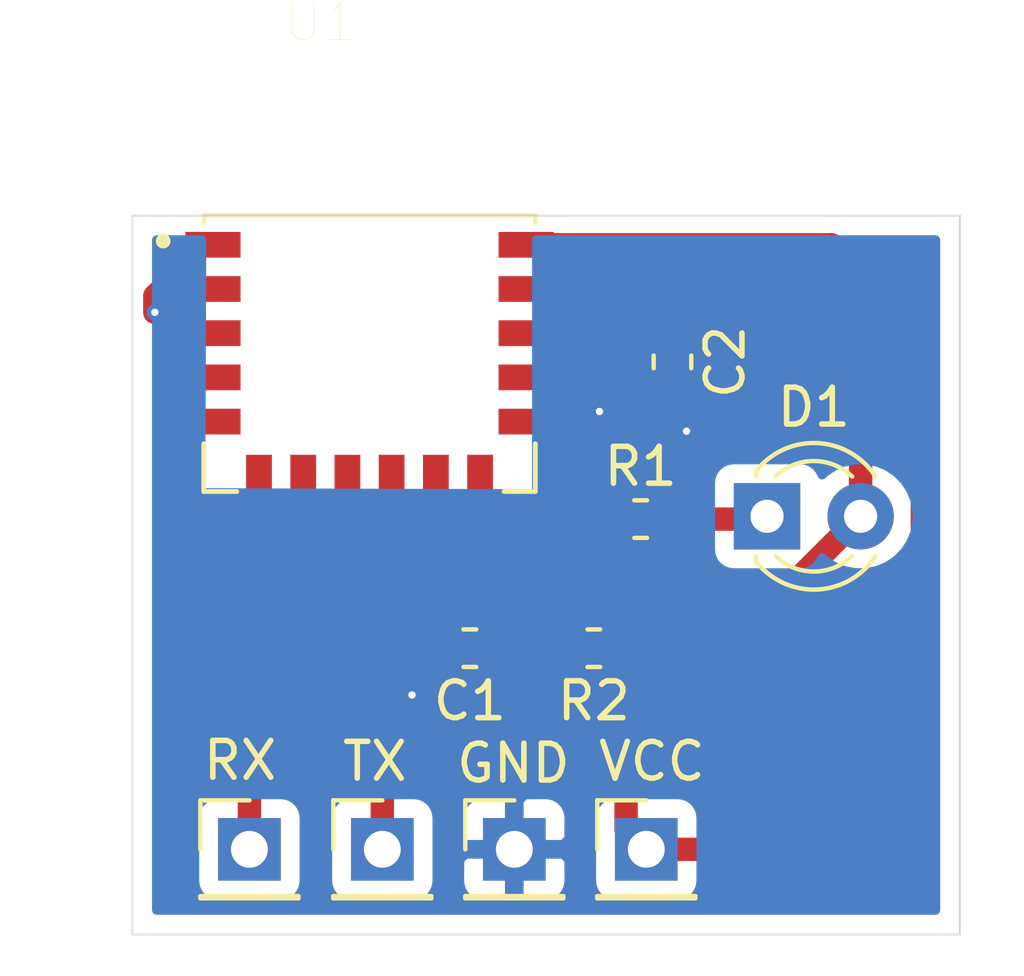
<source format=kicad_pcb>
(kicad_pcb (version 20171130) (host pcbnew "(5.1.4)-1")

  (general
    (thickness 1.6)
    (drawings 8)
    (tracks 49)
    (zones 0)
    (modules 10)
    (nets 16)
  )

  (page A4)
  (layers
    (0 F.Cu signal)
    (31 B.Cu signal)
    (32 B.Adhes user)
    (33 F.Adhes user)
    (34 B.Paste user)
    (35 F.Paste user)
    (36 B.SilkS user)
    (37 F.SilkS user)
    (38 B.Mask user)
    (39 F.Mask user)
    (40 Dwgs.User user)
    (41 Cmts.User user)
    (42 Eco1.User user)
    (43 Eco2.User user)
    (44 Edge.Cuts user)
    (45 Margin user)
    (46 B.CrtYd user)
    (47 F.CrtYd user)
    (48 B.Fab user)
    (49 F.Fab user)
  )

  (setup
    (last_trace_width 0.1016)
    (user_trace_width 0.1016)
    (user_trace_width 0.254)
    (user_trace_width 0.635)
    (user_trace_width 1.27)
    (trace_clearance 0.1016)
    (zone_clearance 0.508)
    (zone_45_only no)
    (trace_min 0.0889)
    (via_size 0.45)
    (via_drill 0.2)
    (via_min_size 0.44)
    (via_min_drill 0.2)
    (user_via 1 0.5)
    (uvia_size 0.45)
    (uvia_drill 0.1)
    (uvias_allowed no)
    (uvia_min_size 0.2)
    (uvia_min_drill 0.1)
    (edge_width 0.05)
    (segment_width 0.2)
    (pcb_text_width 0.3)
    (pcb_text_size 1.5 1.5)
    (mod_edge_width 0.12)
    (mod_text_size 1 1)
    (mod_text_width 0.15)
    (pad_size 1.524 1.524)
    (pad_drill 0.762)
    (pad_to_mask_clearance 0.051)
    (solder_mask_min_width 0.25)
    (aux_axis_origin 0 0)
    (visible_elements 7FFFFFFF)
    (pcbplotparams
      (layerselection 0x010fc_ffffffff)
      (usegerberextensions false)
      (usegerberattributes false)
      (usegerberadvancedattributes false)
      (creategerberjobfile false)
      (excludeedgelayer true)
      (linewidth 0.100000)
      (plotframeref false)
      (viasonmask false)
      (mode 1)
      (useauxorigin false)
      (hpglpennumber 1)
      (hpglpenspeed 20)
      (hpglpendiameter 15.000000)
      (psnegative false)
      (psa4output false)
      (plotreference true)
      (plotvalue true)
      (plotinvisibletext false)
      (padsonsilk false)
      (subtractmaskfromsilk false)
      (outputformat 1)
      (mirror false)
      (drillshape 0)
      (scaleselection 1)
      (outputdirectory "Gerbers/"))
  )

  (net 0 "")
  (net 1 GND)
  (net 2 "Net-(C1-Pad1)")
  (net 3 +3V3)
  (net 4 "Net-(D1-Pad1)")
  (net 5 "Net-(J2-Pad1)")
  (net 6 "Net-(J3-Pad1)")
  (net 7 "Net-(R1-Pad1)")
  (net 8 "Net-(U1-Pad5)")
  (net 9 "Net-(U1-Pad4)")
  (net 10 "Net-(U1-Pad3)")
  (net 11 "Net-(U1-Pad1)")
  (net 12 "Net-(U1-Pad15)")
  (net 13 "Net-(U1-Pad6)")
  (net 14 "Net-(U1-Pad9)")
  (net 15 "Net-(U1-Pad11)")

  (net_class Default "This is the default net class."
    (clearance 0.1016)
    (trace_width 0.1016)
    (via_dia 0.45)
    (via_drill 0.2)
    (uvia_dia 0.45)
    (uvia_drill 0.1)
    (add_net +3V3)
    (add_net GND)
    (add_net "Net-(C1-Pad1)")
    (add_net "Net-(D1-Pad1)")
    (add_net "Net-(J2-Pad1)")
    (add_net "Net-(J3-Pad1)")
    (add_net "Net-(R1-Pad1)")
    (add_net "Net-(U1-Pad1)")
    (add_net "Net-(U1-Pad11)")
    (add_net "Net-(U1-Pad15)")
    (add_net "Net-(U1-Pad3)")
    (add_net "Net-(U1-Pad4)")
    (add_net "Net-(U1-Pad5)")
    (add_net "Net-(U1-Pad6)")
    (add_net "Net-(U1-Pad9)")
  )

  (module Encoder:Bluetooth_Module_RN4871 (layer F.Cu) (tedit 5EB36078) (tstamp 5EB3B772)
    (at 127.694601 91.242001)
    (path /5EB34403)
    (fp_text reference U1 (at -1.325 -6.985) (layer F.SilkS)
      (effects (font (size 1 1) (thickness 0.015)))
    )
    (fp_text value RN4871 (at 0 8.89) (layer F.Fab)
      (effects (font (size 1 1) (thickness 0.015)))
    )
    (fp_line (start -5.25 6.5) (end -5.25 -6) (layer F.CrtYd) (width 0.05))
    (fp_line (start 5.25 6.5) (end -5.25 6.5) (layer F.CrtYd) (width 0.05))
    (fp_line (start 5.25 -6) (end 5.25 6.5) (layer F.CrtYd) (width 0.05))
    (fp_line (start -5.25 -6) (end 5.25 -6) (layer F.CrtYd) (width 0.05))
    (fp_circle (center -5.6 -1.05) (end -5.5 -1.05) (layer F.Fab) (width 0.2))
    (fp_circle (center -5.6 -1.05) (end -5.5 -1.05) (layer F.SilkS) (width 0.2))
    (fp_line (start -4.5 -1.75) (end -4.5 -1.55) (layer F.SilkS) (width 0.127))
    (fp_line (start 4.5 -1.75) (end -4.5 -1.75) (layer F.SilkS) (width 0.127))
    (fp_line (start 4.5 -1.55) (end 4.5 -1.75) (layer F.SilkS) (width 0.127))
    (fp_line (start 4.5 5.75) (end 4.5 4.45) (layer F.SilkS) (width 0.127))
    (fp_line (start 3.65 5.75) (end 4.5 5.75) (layer F.SilkS) (width 0.127))
    (fp_line (start -4.5 5.75) (end -3.6 5.75) (layer F.SilkS) (width 0.127))
    (fp_line (start -4.5 4.45) (end -4.5 5.75) (layer F.SilkS) (width 0.127))
    (fp_poly (pts (xy -0.2 -1.3) (xy 3.5 -1.3) (xy 3.5 4.2) (xy -0.2 4.2)) (layer Dwgs.User) (width 0.01))
    (fp_poly (pts (xy -3.5 -1.75) (xy -1.5 -1.75) (xy -1.5 1.15) (xy -3.5 1.15)) (layer Dwgs.User) (width 0.01))
    (fp_poly (pts (xy -0.2 -1.3) (xy 3.5 -1.3) (xy 3.5 4.2) (xy -0.2 4.2)) (layer Dwgs.User) (width 0.01))
    (fp_poly (pts (xy -3.5 -1.75) (xy -1.5 -1.75) (xy -1.5 1.15) (xy -3.5 1.15)) (layer Dwgs.User) (width 0.01))
    (fp_line (start -4.5 -1.75) (end 4.5 -1.75) (layer F.Fab) (width 0.127))
    (fp_line (start -4.5 -1.75) (end -4.5 5.75) (layer F.Fab) (width 0.127))
    (fp_line (start -4.5 -5.75) (end -4.5 -1.75) (layer F.Fab) (width 0.127))
    (fp_line (start 4.5 -5.75) (end -4.5 -5.75) (layer F.Fab) (width 0.127))
    (fp_line (start 4.5 -1.75) (end 4.5 -5.75) (layer F.Fab) (width 0.127))
    (fp_line (start 4.5 5.75) (end 4.5 -1.75) (layer F.Fab) (width 0.127))
    (fp_line (start -4.5 5.75) (end 4.5 5.75) (layer F.Fab) (width 0.127))
    (pad 11 smd rect (at 3 5.5) (size 0.7 1.5) (layers F.Cu F.Paste F.Mask)
      (net 15 "Net-(U1-Pad11)"))
    (pad 10 smd rect (at 1.8 5.5) (size 0.7 1.5) (layers F.Cu F.Paste F.Mask)
      (net 2 "Net-(C1-Pad1)"))
    (pad 9 smd rect (at 0.6 5.5) (size 0.7 1.5) (layers F.Cu F.Paste F.Mask)
      (net 14 "Net-(U1-Pad9)"))
    (pad 8 smd rect (at -0.6 5.5) (size 0.7 1.5) (layers F.Cu F.Paste F.Mask)
      (net 6 "Net-(J3-Pad1)"))
    (pad 7 smd rect (at -1.8 5.5) (size 0.7 1.5) (layers F.Cu F.Paste F.Mask)
      (net 5 "Net-(J2-Pad1)"))
    (pad 6 smd rect (at -3 5.5) (size 0.7 1.5) (layers F.Cu F.Paste F.Mask)
      (net 13 "Net-(U1-Pad6)"))
    (pad 16 smd rect (at 4.25 -0.95) (size 1.5 0.7) (layers F.Cu F.Paste F.Mask)
      (net 3 +3V3))
    (pad 15 smd rect (at 4.25 0.25) (size 1.5 0.7) (layers F.Cu F.Paste F.Mask)
      (net 12 "Net-(U1-Pad15)"))
    (pad 14 smd rect (at 4.25 1.45) (size 1.5 0.7) (layers F.Cu F.Paste F.Mask)
      (net 3 +3V3))
    (pad 13 smd rect (at 4.25 2.65) (size 1.5 0.7) (layers F.Cu F.Paste F.Mask)
      (net 1 GND))
    (pad 12 smd rect (at 4.25 3.85) (size 1.5 0.7) (layers F.Cu F.Paste F.Mask)
      (net 7 "Net-(R1-Pad1)"))
    (pad 1 smd rect (at -4.25 -0.95) (size 1.5 0.7) (layers F.Cu F.Paste F.Mask)
      (net 11 "Net-(U1-Pad1)"))
    (pad 2 smd rect (at -4.25 0.25) (size 1.5 0.7) (layers F.Cu F.Paste F.Mask)
      (net 1 GND))
    (pad 3 smd rect (at -4.25 1.45) (size 1.5 0.7) (layers F.Cu F.Paste F.Mask)
      (net 10 "Net-(U1-Pad3)"))
    (pad 4 smd rect (at -4.25 2.65) (size 1.5 0.7) (layers F.Cu F.Paste F.Mask)
      (net 9 "Net-(U1-Pad4)"))
    (pad 5 smd rect (at -4.25 3.85) (size 1.5 0.7) (layers F.Cu F.Paste F.Mask)
      (net 8 "Net-(U1-Pad5)"))
    (model ${KIPRJMOD}/../FootPrints/3DModels/Bluetooth/RN4871.step
      (offset (xyz 0 0 0.5))
      (scale (xyz 1 1 1))
      (rotate (xyz 0 -180 0))
    )
  )

  (module Encoder:C_0603_1608Metric_Pad1.05x0.95mm_HandSolder (layer F.Cu) (tedit 5D65DF3E) (tstamp 5EB3B6AC)
    (at 130.4176 101.2444 180)
    (descr "Capacitor SMD 0603 (1608 Metric), square (rectangular) end terminal, IPC_7351 nominal with elongated pad for handsoldering. (Body size source: http://www.tortai-tech.com/upload/download/2011102023233369053.pdf), generated with kicad-footprint-generator")
    (tags "capacitor handsolder")
    (path /5EB3DD36)
    (attr smd)
    (fp_text reference C1 (at 0 -1.43) (layer F.SilkS)
      (effects (font (size 1 1) (thickness 0.15)))
    )
    (fp_text value 1uF (at 0 1.43) (layer F.Fab)
      (effects (font (size 1 1) (thickness 0.15)))
    )
    (fp_text user %R (at 0 0 180) (layer F.Fab)
      (effects (font (size 0.4 0.4) (thickness 0.06)))
    )
    (fp_line (start 1.65 0.73) (end -1.65 0.73) (layer F.CrtYd) (width 0.05))
    (fp_line (start 1.65 -0.73) (end 1.65 0.73) (layer F.CrtYd) (width 0.05))
    (fp_line (start -1.65 -0.73) (end 1.65 -0.73) (layer F.CrtYd) (width 0.05))
    (fp_line (start -1.65 0.73) (end -1.65 -0.73) (layer F.CrtYd) (width 0.05))
    (fp_line (start -0.171267 0.51) (end 0.171267 0.51) (layer F.SilkS) (width 0.12))
    (fp_line (start -0.171267 -0.51) (end 0.171267 -0.51) (layer F.SilkS) (width 0.12))
    (fp_line (start 0.8 0.4) (end -0.8 0.4) (layer F.Fab) (width 0.1))
    (fp_line (start 0.8 -0.4) (end 0.8 0.4) (layer F.Fab) (width 0.1))
    (fp_line (start -0.8 -0.4) (end 0.8 -0.4) (layer F.Fab) (width 0.1))
    (fp_line (start -0.8 0.4) (end -0.8 -0.4) (layer F.Fab) (width 0.1))
    (pad 2 smd roundrect (at 0.875 0 180) (size 1.05 0.95) (layers F.Cu F.Paste F.Mask) (roundrect_rratio 0.25)
      (net 1 GND))
    (pad 1 smd roundrect (at -0.875 0 180) (size 1.05 0.95) (layers F.Cu F.Paste F.Mask) (roundrect_rratio 0.25)
      (net 2 "Net-(C1-Pad1)"))
    (model "${KIPRJMOD}/../FootPrints/3DModels/CapacitorsSMD/Ceramic CAP0603.stp"
      (at (xyz 0 0 0))
      (scale (xyz 1 1 1))
      (rotate (xyz 0 0 0))
    )
  )

  (module Encoder:C_0603_1608Metric_Pad1.05x0.95mm_HandSolder (layer F.Cu) (tedit 5D65DF3E) (tstamp 5EB3CBAC)
    (at 135.9154 93.472 270)
    (descr "Capacitor SMD 0603 (1608 Metric), square (rectangular) end terminal, IPC_7351 nominal with elongated pad for handsoldering. (Body size source: http://www.tortai-tech.com/upload/download/2011102023233369053.pdf), generated with kicad-footprint-generator")
    (tags "capacitor handsolder")
    (path /5EB3C810)
    (attr smd)
    (fp_text reference C2 (at 0 -1.43 90) (layer F.SilkS)
      (effects (font (size 1 1) (thickness 0.15)))
    )
    (fp_text value 10uF (at 0 1.43 90) (layer F.Fab)
      (effects (font (size 1 1) (thickness 0.15)))
    )
    (fp_text user %R (at 0 0 90) (layer F.Fab)
      (effects (font (size 0.4 0.4) (thickness 0.06)))
    )
    (fp_line (start 1.65 0.73) (end -1.65 0.73) (layer F.CrtYd) (width 0.05))
    (fp_line (start 1.65 -0.73) (end 1.65 0.73) (layer F.CrtYd) (width 0.05))
    (fp_line (start -1.65 -0.73) (end 1.65 -0.73) (layer F.CrtYd) (width 0.05))
    (fp_line (start -1.65 0.73) (end -1.65 -0.73) (layer F.CrtYd) (width 0.05))
    (fp_line (start -0.171267 0.51) (end 0.171267 0.51) (layer F.SilkS) (width 0.12))
    (fp_line (start -0.171267 -0.51) (end 0.171267 -0.51) (layer F.SilkS) (width 0.12))
    (fp_line (start 0.8 0.4) (end -0.8 0.4) (layer F.Fab) (width 0.1))
    (fp_line (start 0.8 -0.4) (end 0.8 0.4) (layer F.Fab) (width 0.1))
    (fp_line (start -0.8 -0.4) (end 0.8 -0.4) (layer F.Fab) (width 0.1))
    (fp_line (start -0.8 0.4) (end -0.8 -0.4) (layer F.Fab) (width 0.1))
    (pad 2 smd roundrect (at 0.875 0 270) (size 1.05 0.95) (layers F.Cu F.Paste F.Mask) (roundrect_rratio 0.25)
      (net 1 GND))
    (pad 1 smd roundrect (at -0.875 0 270) (size 1.05 0.95) (layers F.Cu F.Paste F.Mask) (roundrect_rratio 0.25)
      (net 3 +3V3))
    (model "${KIPRJMOD}/../FootPrints/3DModels/CapacitorsSMD/Ceramic CAP0603.stp"
      (at (xyz 0 0 0))
      (scale (xyz 1 1 1))
      (rotate (xyz 0 0 0))
    )
  )

  (module LED_THT:LED_D3.0mm (layer F.Cu) (tedit 587A3A7B) (tstamp 5EB3B6D0)
    (at 138.4808 97.663)
    (descr "LED, diameter 3.0mm, 2 pins")
    (tags "LED diameter 3.0mm 2 pins")
    (path /5EB37166)
    (fp_text reference D1 (at 1.27 -2.96) (layer F.SilkS)
      (effects (font (size 1 1) (thickness 0.15)))
    )
    (fp_text value LED (at 1.27 2.96) (layer F.Fab)
      (effects (font (size 1 1) (thickness 0.15)))
    )
    (fp_line (start 3.7 -2.25) (end -1.15 -2.25) (layer F.CrtYd) (width 0.05))
    (fp_line (start 3.7 2.25) (end 3.7 -2.25) (layer F.CrtYd) (width 0.05))
    (fp_line (start -1.15 2.25) (end 3.7 2.25) (layer F.CrtYd) (width 0.05))
    (fp_line (start -1.15 -2.25) (end -1.15 2.25) (layer F.CrtYd) (width 0.05))
    (fp_line (start -0.29 1.08) (end -0.29 1.236) (layer F.SilkS) (width 0.12))
    (fp_line (start -0.29 -1.236) (end -0.29 -1.08) (layer F.SilkS) (width 0.12))
    (fp_line (start -0.23 -1.16619) (end -0.23 1.16619) (layer F.Fab) (width 0.1))
    (fp_circle (center 1.27 0) (end 2.77 0) (layer F.Fab) (width 0.1))
    (fp_arc (start 1.27 0) (end 0.229039 1.08) (angle -87.9) (layer F.SilkS) (width 0.12))
    (fp_arc (start 1.27 0) (end 0.229039 -1.08) (angle 87.9) (layer F.SilkS) (width 0.12))
    (fp_arc (start 1.27 0) (end -0.29 1.235516) (angle -108.8) (layer F.SilkS) (width 0.12))
    (fp_arc (start 1.27 0) (end -0.29 -1.235516) (angle 108.8) (layer F.SilkS) (width 0.12))
    (fp_arc (start 1.27 0) (end -0.23 -1.16619) (angle 284.3) (layer F.Fab) (width 0.1))
    (pad 2 thru_hole circle (at 2.54 0) (size 1.8 1.8) (drill 0.9) (layers *.Cu *.Mask)
      (net 3 +3V3))
    (pad 1 thru_hole rect (at 0 0) (size 1.8 1.8) (drill 0.9) (layers *.Cu *.Mask)
      (net 4 "Net-(D1-Pad1)"))
    (model ${KISYS3DMOD}/LED_THT.3dshapes/LED_D3.0mm.wrl
      (at (xyz 0 0 0))
      (scale (xyz 1 1 1))
      (rotate (xyz 0 0 0))
    )
  )

  (module Encoder:PinHeader_1x01_P2.54mm_Vertical (layer F.Cu) (tedit 5C2855D2) (tstamp 5EB3BA6C)
    (at 131.6228 106.7054)
    (descr "Through hole straight pin header, 1x01, 2.54mm pitch, single row")
    (tags "Through hole pin header THT 1x01 2.54mm single row")
    (path /5EB3BEB1)
    (fp_text reference J1 (at 0 -2.33) (layer Dwgs.User)
      (effects (font (size 1 1) (thickness 0.15)))
    )
    (fp_text value Conn_01x01_Male (at 0 2.33) (layer F.Fab)
      (effects (font (size 1 1) (thickness 0.15)))
    )
    (fp_text user %R (at 0 0 90) (layer F.Fab)
      (effects (font (size 1 1) (thickness 0.15)))
    )
    (fp_line (start 1.8 -1.8) (end -1.8 -1.8) (layer F.CrtYd) (width 0.05))
    (fp_line (start 1.8 1.8) (end 1.8 -1.8) (layer F.CrtYd) (width 0.05))
    (fp_line (start -1.8 1.8) (end 1.8 1.8) (layer F.CrtYd) (width 0.05))
    (fp_line (start -1.8 -1.8) (end -1.8 1.8) (layer F.CrtYd) (width 0.05))
    (fp_line (start -1.33 -1.33) (end 0 -1.33) (layer F.SilkS) (width 0.12))
    (fp_line (start -1.33 0) (end -1.33 -1.33) (layer F.SilkS) (width 0.12))
    (fp_line (start -1.33 1.27) (end 1.33 1.27) (layer F.SilkS) (width 0.12))
    (fp_line (start 1.33 1.27) (end 1.33 1.33) (layer F.SilkS) (width 0.12))
    (fp_line (start -1.33 1.27) (end -1.33 1.33) (layer F.SilkS) (width 0.12))
    (fp_line (start -1.33 1.33) (end 1.33 1.33) (layer F.SilkS) (width 0.12))
    (fp_line (start -1.27 -0.635) (end -0.635 -1.27) (layer F.Fab) (width 0.1))
    (fp_line (start -1.27 1.27) (end -1.27 -0.635) (layer F.Fab) (width 0.1))
    (fp_line (start 1.27 1.27) (end -1.27 1.27) (layer F.Fab) (width 0.1))
    (fp_line (start 1.27 -1.27) (end 1.27 1.27) (layer F.Fab) (width 0.1))
    (fp_line (start -0.635 -1.27) (end 1.27 -1.27) (layer F.Fab) (width 0.1))
    (pad 1 thru_hole rect (at 0 0) (size 1.7 1.7) (drill 1) (layers *.Cu *.Mask)
      (net 1 GND))
    (model ${KISYS3DMOD}/Connector_PinHeader_2.54mm.3dshapes/PinHeader_1x01_P2.54mm_Vertical.wrl
      (at (xyz 0 0 0))
      (scale (xyz 1 1 1))
      (rotate (xyz 0 0 0))
    )
    (model "${KIPRJMOD}/../FootPrints/3DModels/Connectors/Pin Header 1x1 TH Pitch 2.54mm.stp"
      (at (xyz 0 0 0))
      (scale (xyz 1 1 1))
      (rotate (xyz 0 0 0))
    )
  )

  (module Encoder:PinHeader_1x01_P2.54mm_Vertical (layer F.Cu) (tedit 5C2855D2) (tstamp 5EB3B6FA)
    (at 124.4346 106.7054)
    (descr "Through hole straight pin header, 1x01, 2.54mm pitch, single row")
    (tags "Through hole pin header THT 1x01 2.54mm single row")
    (path /5EB3AAC2)
    (fp_text reference J2 (at 0 -2.33) (layer Dwgs.User)
      (effects (font (size 1 1) (thickness 0.15)))
    )
    (fp_text value Conn_01x01_Male (at 0 2.33) (layer F.Fab)
      (effects (font (size 1 1) (thickness 0.15)))
    )
    (fp_text user %R (at 0 0 90) (layer F.Fab)
      (effects (font (size 1 1) (thickness 0.15)))
    )
    (fp_line (start 1.8 -1.8) (end -1.8 -1.8) (layer F.CrtYd) (width 0.05))
    (fp_line (start 1.8 1.8) (end 1.8 -1.8) (layer F.CrtYd) (width 0.05))
    (fp_line (start -1.8 1.8) (end 1.8 1.8) (layer F.CrtYd) (width 0.05))
    (fp_line (start -1.8 -1.8) (end -1.8 1.8) (layer F.CrtYd) (width 0.05))
    (fp_line (start -1.33 -1.33) (end 0 -1.33) (layer F.SilkS) (width 0.12))
    (fp_line (start -1.33 0) (end -1.33 -1.33) (layer F.SilkS) (width 0.12))
    (fp_line (start -1.33 1.27) (end 1.33 1.27) (layer F.SilkS) (width 0.12))
    (fp_line (start 1.33 1.27) (end 1.33 1.33) (layer F.SilkS) (width 0.12))
    (fp_line (start -1.33 1.27) (end -1.33 1.33) (layer F.SilkS) (width 0.12))
    (fp_line (start -1.33 1.33) (end 1.33 1.33) (layer F.SilkS) (width 0.12))
    (fp_line (start -1.27 -0.635) (end -0.635 -1.27) (layer F.Fab) (width 0.1))
    (fp_line (start -1.27 1.27) (end -1.27 -0.635) (layer F.Fab) (width 0.1))
    (fp_line (start 1.27 1.27) (end -1.27 1.27) (layer F.Fab) (width 0.1))
    (fp_line (start 1.27 -1.27) (end 1.27 1.27) (layer F.Fab) (width 0.1))
    (fp_line (start -0.635 -1.27) (end 1.27 -1.27) (layer F.Fab) (width 0.1))
    (pad 1 thru_hole rect (at 0 0) (size 1.7 1.7) (drill 1) (layers *.Cu *.Mask)
      (net 5 "Net-(J2-Pad1)"))
    (model ${KISYS3DMOD}/Connector_PinHeader_2.54mm.3dshapes/PinHeader_1x01_P2.54mm_Vertical.wrl
      (at (xyz 0 0 0))
      (scale (xyz 1 1 1))
      (rotate (xyz 0 0 0))
    )
    (model "${KIPRJMOD}/../FootPrints/3DModels/Connectors/Pin Header 1x1 TH Pitch 2.54mm.stp"
      (at (xyz 0 0 0))
      (scale (xyz 1 1 1))
      (rotate (xyz 0 0 0))
    )
  )

  (module Encoder:PinHeader_1x01_P2.54mm_Vertical (layer F.Cu) (tedit 5C2855D2) (tstamp 5EB3B970)
    (at 128.0414 106.7054)
    (descr "Through hole straight pin header, 1x01, 2.54mm pitch, single row")
    (tags "Through hole pin header THT 1x01 2.54mm single row")
    (path /5EB3B90B)
    (fp_text reference J3 (at 0 -2.33) (layer Dwgs.User)
      (effects (font (size 1 1) (thickness 0.15)))
    )
    (fp_text value Conn_01x01_Male (at 0 2.33) (layer F.Fab)
      (effects (font (size 1 1) (thickness 0.15)))
    )
    (fp_text user %R (at 0 0 90) (layer F.Fab)
      (effects (font (size 1 1) (thickness 0.15)))
    )
    (fp_line (start 1.8 -1.8) (end -1.8 -1.8) (layer F.CrtYd) (width 0.05))
    (fp_line (start 1.8 1.8) (end 1.8 -1.8) (layer F.CrtYd) (width 0.05))
    (fp_line (start -1.8 1.8) (end 1.8 1.8) (layer F.CrtYd) (width 0.05))
    (fp_line (start -1.8 -1.8) (end -1.8 1.8) (layer F.CrtYd) (width 0.05))
    (fp_line (start -1.33 -1.33) (end 0 -1.33) (layer F.SilkS) (width 0.12))
    (fp_line (start -1.33 0) (end -1.33 -1.33) (layer F.SilkS) (width 0.12))
    (fp_line (start -1.33 1.27) (end 1.33 1.27) (layer F.SilkS) (width 0.12))
    (fp_line (start 1.33 1.27) (end 1.33 1.33) (layer F.SilkS) (width 0.12))
    (fp_line (start -1.33 1.27) (end -1.33 1.33) (layer F.SilkS) (width 0.12))
    (fp_line (start -1.33 1.33) (end 1.33 1.33) (layer F.SilkS) (width 0.12))
    (fp_line (start -1.27 -0.635) (end -0.635 -1.27) (layer F.Fab) (width 0.1))
    (fp_line (start -1.27 1.27) (end -1.27 -0.635) (layer F.Fab) (width 0.1))
    (fp_line (start 1.27 1.27) (end -1.27 1.27) (layer F.Fab) (width 0.1))
    (fp_line (start 1.27 -1.27) (end 1.27 1.27) (layer F.Fab) (width 0.1))
    (fp_line (start -0.635 -1.27) (end 1.27 -1.27) (layer F.Fab) (width 0.1))
    (pad 1 thru_hole rect (at 0 0) (size 1.7 1.7) (drill 1) (layers *.Cu *.Mask)
      (net 6 "Net-(J3-Pad1)"))
    (model ${KISYS3DMOD}/Connector_PinHeader_2.54mm.3dshapes/PinHeader_1x01_P2.54mm_Vertical.wrl
      (at (xyz 0 0 0))
      (scale (xyz 1 1 1))
      (rotate (xyz 0 0 0))
    )
    (model "${KIPRJMOD}/../FootPrints/3DModels/Connectors/Pin Header 1x1 TH Pitch 2.54mm.stp"
      (at (xyz 0 0 0))
      (scale (xyz 1 1 1))
      (rotate (xyz 0 0 0))
    )
  )

  (module Encoder:PinHeader_1x01_P2.54mm_Vertical (layer F.Cu) (tedit 5C2855D2) (tstamp 5EB3B724)
    (at 135.2042 106.7054)
    (descr "Through hole straight pin header, 1x01, 2.54mm pitch, single row")
    (tags "Through hole pin header THT 1x01 2.54mm single row")
    (path /5EB36697)
    (fp_text reference J4 (at 0 -2.33) (layer Dwgs.User)
      (effects (font (size 1 1) (thickness 0.15)))
    )
    (fp_text value Conn_01x01_Male (at 0 2.33) (layer F.Fab)
      (effects (font (size 1 1) (thickness 0.15)))
    )
    (fp_text user %R (at 0 0 90) (layer F.Fab)
      (effects (font (size 1 1) (thickness 0.15)))
    )
    (fp_line (start 1.8 -1.8) (end -1.8 -1.8) (layer F.CrtYd) (width 0.05))
    (fp_line (start 1.8 1.8) (end 1.8 -1.8) (layer F.CrtYd) (width 0.05))
    (fp_line (start -1.8 1.8) (end 1.8 1.8) (layer F.CrtYd) (width 0.05))
    (fp_line (start -1.8 -1.8) (end -1.8 1.8) (layer F.CrtYd) (width 0.05))
    (fp_line (start -1.33 -1.33) (end 0 -1.33) (layer F.SilkS) (width 0.12))
    (fp_line (start -1.33 0) (end -1.33 -1.33) (layer F.SilkS) (width 0.12))
    (fp_line (start -1.33 1.27) (end 1.33 1.27) (layer F.SilkS) (width 0.12))
    (fp_line (start 1.33 1.27) (end 1.33 1.33) (layer F.SilkS) (width 0.12))
    (fp_line (start -1.33 1.27) (end -1.33 1.33) (layer F.SilkS) (width 0.12))
    (fp_line (start -1.33 1.33) (end 1.33 1.33) (layer F.SilkS) (width 0.12))
    (fp_line (start -1.27 -0.635) (end -0.635 -1.27) (layer F.Fab) (width 0.1))
    (fp_line (start -1.27 1.27) (end -1.27 -0.635) (layer F.Fab) (width 0.1))
    (fp_line (start 1.27 1.27) (end -1.27 1.27) (layer F.Fab) (width 0.1))
    (fp_line (start 1.27 -1.27) (end 1.27 1.27) (layer F.Fab) (width 0.1))
    (fp_line (start -0.635 -1.27) (end 1.27 -1.27) (layer F.Fab) (width 0.1))
    (pad 1 thru_hole rect (at 0 0) (size 1.7 1.7) (drill 1) (layers *.Cu *.Mask)
      (net 3 +3V3))
    (model ${KISYS3DMOD}/Connector_PinHeader_2.54mm.3dshapes/PinHeader_1x01_P2.54mm_Vertical.wrl
      (at (xyz 0 0 0))
      (scale (xyz 1 1 1))
      (rotate (xyz 0 0 0))
    )
    (model "${KIPRJMOD}/../FootPrints/3DModels/Connectors/Pin Header 1x1 TH Pitch 2.54mm.stp"
      (at (xyz 0 0 0))
      (scale (xyz 1 1 1))
      (rotate (xyz 0 0 0))
    )
  )

  (module Encoder:R_0603_1608Metric_Pad1.05x0.95mm_HandSolder (layer F.Cu) (tedit 5D44632C) (tstamp 5EB3B735)
    (at 135.0518 97.7392)
    (descr "Resistor SMD 0603 (1608 Metric), square (rectangular) end terminal, IPC_7351 nominal with elongated pad for handsoldering. (Body size source: http://www.tortai-tech.com/upload/download/2011102023233369053.pdf), generated with kicad-footprint-generator")
    (tags "resistor handsolder")
    (path /5EB37E07)
    (attr smd)
    (fp_text reference R1 (at 0 -1.43) (layer F.SilkS)
      (effects (font (size 1 1) (thickness 0.15)))
    )
    (fp_text value 330 (at 0 1.43) (layer F.Fab)
      (effects (font (size 1 1) (thickness 0.15)))
    )
    (fp_text user %R (at 0 0) (layer F.Fab)
      (effects (font (size 0.4 0.4) (thickness 0.06)))
    )
    (fp_line (start 1.65 0.73) (end -1.65 0.73) (layer F.CrtYd) (width 0.05))
    (fp_line (start 1.65 -0.73) (end 1.65 0.73) (layer F.CrtYd) (width 0.05))
    (fp_line (start -1.65 -0.73) (end 1.65 -0.73) (layer F.CrtYd) (width 0.05))
    (fp_line (start -1.65 0.73) (end -1.65 -0.73) (layer F.CrtYd) (width 0.05))
    (fp_line (start -0.171267 0.51) (end 0.171267 0.51) (layer F.SilkS) (width 0.12))
    (fp_line (start -0.171267 -0.51) (end 0.171267 -0.51) (layer F.SilkS) (width 0.12))
    (fp_line (start 0.8 0.4) (end -0.8 0.4) (layer F.Fab) (width 0.1))
    (fp_line (start 0.8 -0.4) (end 0.8 0.4) (layer F.Fab) (width 0.1))
    (fp_line (start -0.8 -0.4) (end 0.8 -0.4) (layer F.Fab) (width 0.1))
    (fp_line (start -0.8 0.4) (end -0.8 -0.4) (layer F.Fab) (width 0.1))
    (pad 2 smd roundrect (at 0.875 0) (size 1.05 0.95) (layers F.Cu F.Paste F.Mask) (roundrect_rratio 0.25)
      (net 4 "Net-(D1-Pad1)"))
    (pad 1 smd roundrect (at -0.875 0) (size 1.05 0.95) (layers F.Cu F.Paste F.Mask) (roundrect_rratio 0.25)
      (net 7 "Net-(R1-Pad1)"))
    (model "${KIPRJMOD}/../FootPrints/3DModels/ResistanceSMD/User Library-D0603.step"
      (at (xyz 0 0 0))
      (scale (xyz 1 1 1))
      (rotate (xyz -90 0 0))
    )
  )

  (module Encoder:R_0603_1608Metric_Pad1.05x0.95mm_HandSolder (layer F.Cu) (tedit 5D44632C) (tstamp 5EB3BC20)
    (at 133.7818 101.2444 180)
    (descr "Resistor SMD 0603 (1608 Metric), square (rectangular) end terminal, IPC_7351 nominal with elongated pad for handsoldering. (Body size source: http://www.tortai-tech.com/upload/download/2011102023233369053.pdf), generated with kicad-footprint-generator")
    (tags "resistor handsolder")
    (path /5EB3D384)
    (attr smd)
    (fp_text reference R2 (at 0 -1.43) (layer F.SilkS)
      (effects (font (size 1 1) (thickness 0.15)))
    )
    (fp_text value 10K (at 0 1.43) (layer F.Fab)
      (effects (font (size 1 1) (thickness 0.15)))
    )
    (fp_text user %R (at 0 0) (layer F.Fab)
      (effects (font (size 0.4 0.4) (thickness 0.06)))
    )
    (fp_line (start 1.65 0.73) (end -1.65 0.73) (layer F.CrtYd) (width 0.05))
    (fp_line (start 1.65 -0.73) (end 1.65 0.73) (layer F.CrtYd) (width 0.05))
    (fp_line (start -1.65 -0.73) (end 1.65 -0.73) (layer F.CrtYd) (width 0.05))
    (fp_line (start -1.65 0.73) (end -1.65 -0.73) (layer F.CrtYd) (width 0.05))
    (fp_line (start -0.171267 0.51) (end 0.171267 0.51) (layer F.SilkS) (width 0.12))
    (fp_line (start -0.171267 -0.51) (end 0.171267 -0.51) (layer F.SilkS) (width 0.12))
    (fp_line (start 0.8 0.4) (end -0.8 0.4) (layer F.Fab) (width 0.1))
    (fp_line (start 0.8 -0.4) (end 0.8 0.4) (layer F.Fab) (width 0.1))
    (fp_line (start -0.8 -0.4) (end 0.8 -0.4) (layer F.Fab) (width 0.1))
    (fp_line (start -0.8 0.4) (end -0.8 -0.4) (layer F.Fab) (width 0.1))
    (pad 2 smd roundrect (at 0.875 0 180) (size 1.05 0.95) (layers F.Cu F.Paste F.Mask) (roundrect_rratio 0.25)
      (net 2 "Net-(C1-Pad1)"))
    (pad 1 smd roundrect (at -0.875 0 180) (size 1.05 0.95) (layers F.Cu F.Paste F.Mask) (roundrect_rratio 0.25)
      (net 3 +3V3))
    (model "${KIPRJMOD}/../FootPrints/3DModels/ResistanceSMD/User Library-D0603.step"
      (at (xyz 0 0 0))
      (scale (xyz 1 1 1))
      (rotate (xyz -90 0 0))
    )
  )

  (gr_text RX (at 124.1806 104.2924) (layer F.SilkS) (tstamp 5EB3CFAE)
    (effects (font (size 1 1) (thickness 0.15)))
  )
  (gr_text TX (at 127.8382 104.3178) (layer F.SilkS) (tstamp 5EB3CFAE)
    (effects (font (size 1 1) (thickness 0.15)))
  )
  (gr_text GND (at 131.5974 104.3686) (layer F.SilkS) (tstamp 5EB3CFAB)
    (effects (font (size 1 1) (thickness 0.15)))
  )
  (gr_text VCC (at 135.3566 104.3178) (layer F.SilkS)
    (effects (font (size 1 1) (thickness 0.15)))
  )
  (gr_line (start 121.2596 89.5) (end 121.2596 109.0168) (layer Edge.Cuts) (width 0.05))
  (gr_line (start 143.7132 89.5) (end 121.2596 89.5) (layer Edge.Cuts) (width 0.05))
  (gr_line (start 143.7132 109.0168) (end 143.7132 89.5) (layer Edge.Cuts) (width 0.05))
  (gr_line (start 121.2596 109.0168) (end 143.7132 109.0168) (layer Edge.Cuts) (width 0.05))

  (segment (start 133.329601 93.892001) (end 133.9342 94.4966) (width 0.635) (layer F.Cu) (net 1))
  (segment (start 131.944601 93.892001) (end 133.329601 93.892001) (width 0.635) (layer F.Cu) (net 1) (status 10))
  (segment (start 133.9342 94.4966) (end 133.9342 94.8182) (width 0.635) (layer F.Cu) (net 1))
  (via (at 133.9342 94.8182) (size 0.45) (drill 0.2) (layers F.Cu B.Cu) (net 1))
  (segment (start 122.059601 91.492001) (end 121.8692 91.682402) (width 0.635) (layer F.Cu) (net 1))
  (segment (start 123.444601 91.492001) (end 122.059601 91.492001) (width 0.635) (layer F.Cu) (net 1) (status 10))
  (segment (start 121.8692 91.682402) (end 121.8692 92.1258) (width 0.635) (layer F.Cu) (net 1))
  (via (at 121.8692 92.1258) (size 0.45) (drill 0.2) (layers F.Cu B.Cu) (net 1))
  (segment (start 135.9154 94.972) (end 136.2964 95.353) (width 0.635) (layer F.Cu) (net 1))
  (segment (start 135.9154 94.347) (end 135.9154 94.972) (width 0.635) (layer F.Cu) (net 1) (status 10))
  (via (at 136.2964 95.353) (size 0.45) (drill 0.2) (layers F.Cu B.Cu) (net 1))
  (segment (start 129.5426 101.8194) (end 128.8476 102.5144) (width 0.635) (layer F.Cu) (net 1))
  (segment (start 129.5426 101.2444) (end 129.5426 101.8194) (width 0.635) (layer F.Cu) (net 1) (status 10))
  (via (at 128.8476 102.5144) (size 0.45) (drill 0.2) (layers F.Cu B.Cu) (net 1))
  (segment (start 132.9068 101.2444) (end 131.2926 101.2444) (width 0.635) (layer F.Cu) (net 2) (status 30))
  (segment (start 131.2926 100.6694) (end 129.494601 98.871401) (width 0.635) (layer F.Cu) (net 2))
  (segment (start 131.2926 101.2444) (end 131.2926 100.6694) (width 0.635) (layer F.Cu) (net 2) (status 10))
  (segment (start 129.494601 98.871401) (end 129.494601 97.06611) (width 0.635) (layer F.Cu) (net 2) (status 20))
  (segment (start 140.120801 98.562999) (end 141.0208 97.663) (width 0.635) (layer F.Cu) (net 3) (status 20))
  (segment (start 137.938472 100.745328) (end 140.120801 98.562999) (width 0.635) (layer F.Cu) (net 3))
  (segment (start 135.155872 100.745328) (end 137.938472 100.745328) (width 0.635) (layer F.Cu) (net 3))
  (segment (start 134.6568 101.2444) (end 135.155872 100.745328) (width 0.635) (layer F.Cu) (net 3) (status 10))
  (segment (start 134.6568 106.158) (end 135.2042 106.7054) (width 0.635) (layer F.Cu) (net 3) (status 30))
  (segment (start 134.6568 101.2444) (end 134.6568 106.158) (width 0.635) (layer F.Cu) (net 3) (status 30))
  (segment (start 141.0208 97.663) (end 141.0208 93.9038) (width 0.635) (layer F.Cu) (net 3) (status 10))
  (segment (start 141.0208 93.9038) (end 139.714 92.597) (width 0.635) (layer F.Cu) (net 3))
  (segment (start 135.245399 92.692001) (end 132.44831 92.692001) (width 0.635) (layer F.Cu) (net 3) (status 20))
  (segment (start 135.9154 92.597) (end 135.3404 92.597) (width 0.635) (layer F.Cu) (net 3) (status 10))
  (segment (start 135.3404 92.597) (end 135.245399 92.692001) (width 0.635) (layer F.Cu) (net 3))
  (segment (start 138.7462 92.597) (end 135.9154 92.597) (width 0.635) (layer F.Cu) (net 3))
  (segment (start 139.714 92.597) (end 138.7462 92.597) (width 0.635) (layer F.Cu) (net 3))
  (segment (start 136.6892 106.7054) (end 141.0072 102.3874) (width 0.635) (layer F.Cu) (net 3))
  (segment (start 135.2042 106.7054) (end 136.6892 106.7054) (width 0.635) (layer F.Cu) (net 3))
  (segment (start 141.0072 102.3874) (end 142.113 102.3874) (width 0.635) (layer F.Cu) (net 3))
  (segment (start 142.113 102.3874) (end 142.6972 101.8032) (width 0.635) (layer F.Cu) (net 3))
  (segment (start 142.6972 101.8032) (end 142.6972 92.7608) (width 0.635) (layer F.Cu) (net 3))
  (segment (start 140.228401 90.292001) (end 131.944601 90.292001) (width 0.635) (layer F.Cu) (net 3))
  (segment (start 142.6972 92.7608) (end 140.228401 90.292001) (width 0.635) (layer F.Cu) (net 3))
  (segment (start 138.4046 97.7392) (end 138.4808 97.663) (width 0.635) (layer F.Cu) (net 4) (status 30))
  (segment (start 135.9268 97.7392) (end 138.4046 97.7392) (width 0.635) (layer F.Cu) (net 4) (status 30))
  (segment (start 125.894601 103.760399) (end 125.894601 97.06611) (width 0.635) (layer F.Cu) (net 5) (status 20))
  (segment (start 124.4346 106.7054) (end 124.4346 105.2204) (width 0.635) (layer F.Cu) (net 5) (status 10))
  (segment (start 124.4346 105.2204) (end 125.894601 103.760399) (width 0.635) (layer F.Cu) (net 5))
  (segment (start 127.094601 104.273601) (end 127.094601 97.06611) (width 0.635) (layer F.Cu) (net 6) (status 20))
  (segment (start 128.0414 106.7054) (end 128.0414 105.2204) (width 0.635) (layer F.Cu) (net 6) (status 10))
  (segment (start 128.0414 105.2204) (end 127.094601 104.273601) (width 0.635) (layer F.Cu) (net 6))
  (segment (start 132.44831 96.63571) (end 132.44831 95.092001) (width 0.635) (layer F.Cu) (net 7) (status 20))
  (segment (start 134.1768 97.7392) (end 133.5518 97.7392) (width 0.635) (layer F.Cu) (net 7) (status 10))
  (segment (start 133.5518 97.7392) (end 132.44831 96.63571) (width 0.635) (layer F.Cu) (net 7))

  (zone (net 1) (net_name GND) (layer B.Cu) (tstamp 5EB5AAF0) (hatch edge 0.508)
    (connect_pads (clearance 0.508))
    (min_thickness 0.254)
    (fill yes (arc_segments 32) (thermal_gap 0.508) (thermal_bridge_width 0.508))
    (polygon
      (pts
        (xy 145.4658 110.1598) (xy 145.3642 87.4268) (xy 118.2624 87.2998) (xy 118.0846 109.9566) (xy 120.4722 109.9566)
      )
    )
    (filled_polygon
      (pts
        (xy 123.113801 96.900562) (xy 123.11617 96.925419) (xy 123.123329 96.949264) (xy 123.135002 96.971255) (xy 123.15074 96.990545)
        (xy 123.16994 97.006394) (xy 123.191863 97.018193) (xy 123.215667 97.025488) (xy 123.240436 97.027999) (xy 132.105036 97.053399)
        (xy 132.130176 97.05096) (xy 132.154001 97.043733) (xy 132.175957 97.031997) (xy 132.195203 97.016203) (xy 132.210997 96.996957)
        (xy 132.222733 96.975001) (xy 132.22996 96.951176) (xy 132.2324 96.9264) (xy 132.2324 96.763) (xy 136.942728 96.763)
        (xy 136.942728 98.563) (xy 136.954988 98.687482) (xy 136.991298 98.80718) (xy 137.050263 98.917494) (xy 137.129615 99.014185)
        (xy 137.226306 99.093537) (xy 137.33662 99.152502) (xy 137.456318 99.188812) (xy 137.5808 99.201072) (xy 139.3808 99.201072)
        (xy 139.505282 99.188812) (xy 139.62498 99.152502) (xy 139.735294 99.093537) (xy 139.831985 99.014185) (xy 139.911337 98.917494)
        (xy 139.970302 98.80718) (xy 139.975856 98.788873) (xy 140.042295 98.855312) (xy 140.293705 99.023299) (xy 140.573057 99.139011)
        (xy 140.869616 99.198) (xy 141.171984 99.198) (xy 141.468543 99.139011) (xy 141.747895 99.023299) (xy 141.999305 98.855312)
        (xy 142.213112 98.641505) (xy 142.381099 98.390095) (xy 142.496811 98.110743) (xy 142.5558 97.814184) (xy 142.5558 97.511816)
        (xy 142.496811 97.215257) (xy 142.381099 96.935905) (xy 142.213112 96.684495) (xy 141.999305 96.470688) (xy 141.747895 96.302701)
        (xy 141.468543 96.186989) (xy 141.171984 96.128) (xy 140.869616 96.128) (xy 140.573057 96.186989) (xy 140.293705 96.302701)
        (xy 140.042295 96.470688) (xy 139.975856 96.537127) (xy 139.970302 96.51882) (xy 139.911337 96.408506) (xy 139.831985 96.311815)
        (xy 139.735294 96.232463) (xy 139.62498 96.173498) (xy 139.505282 96.137188) (xy 139.3808 96.124928) (xy 137.5808 96.124928)
        (xy 137.456318 96.137188) (xy 137.33662 96.173498) (xy 137.226306 96.232463) (xy 137.129615 96.311815) (xy 137.050263 96.408506)
        (xy 136.991298 96.51882) (xy 136.954988 96.638518) (xy 136.942728 96.763) (xy 132.2324 96.763) (xy 132.2324 90.16)
        (xy 143.053201 90.16) (xy 143.0532 108.3568) (xy 121.9196 108.3568) (xy 121.9196 105.8554) (xy 122.946528 105.8554)
        (xy 122.946528 107.5554) (xy 122.958788 107.679882) (xy 122.995098 107.79958) (xy 123.054063 107.909894) (xy 123.133415 108.006585)
        (xy 123.230106 108.085937) (xy 123.34042 108.144902) (xy 123.460118 108.181212) (xy 123.5846 108.193472) (xy 125.2846 108.193472)
        (xy 125.409082 108.181212) (xy 125.52878 108.144902) (xy 125.639094 108.085937) (xy 125.735785 108.006585) (xy 125.815137 107.909894)
        (xy 125.874102 107.79958) (xy 125.910412 107.679882) (xy 125.922672 107.5554) (xy 125.922672 105.8554) (xy 126.553328 105.8554)
        (xy 126.553328 107.5554) (xy 126.565588 107.679882) (xy 126.601898 107.79958) (xy 126.660863 107.909894) (xy 126.740215 108.006585)
        (xy 126.836906 108.085937) (xy 126.94722 108.144902) (xy 127.066918 108.181212) (xy 127.1914 108.193472) (xy 128.8914 108.193472)
        (xy 129.015882 108.181212) (xy 129.13558 108.144902) (xy 129.245894 108.085937) (xy 129.342585 108.006585) (xy 129.421937 107.909894)
        (xy 129.480902 107.79958) (xy 129.517212 107.679882) (xy 129.529472 107.5554) (xy 130.134728 107.5554) (xy 130.146988 107.679882)
        (xy 130.183298 107.79958) (xy 130.242263 107.909894) (xy 130.321615 108.006585) (xy 130.418306 108.085937) (xy 130.52862 108.144902)
        (xy 130.648318 108.181212) (xy 130.7728 108.193472) (xy 131.33705 108.1904) (xy 131.4958 108.03165) (xy 131.4958 106.8324)
        (xy 131.7498 106.8324) (xy 131.7498 108.03165) (xy 131.90855 108.1904) (xy 132.4728 108.193472) (xy 132.597282 108.181212)
        (xy 132.71698 108.144902) (xy 132.827294 108.085937) (xy 132.923985 108.006585) (xy 133.003337 107.909894) (xy 133.062302 107.79958)
        (xy 133.098612 107.679882) (xy 133.110872 107.5554) (xy 133.1078 106.99115) (xy 132.94905 106.8324) (xy 131.7498 106.8324)
        (xy 131.4958 106.8324) (xy 130.29655 106.8324) (xy 130.1378 106.99115) (xy 130.134728 107.5554) (xy 129.529472 107.5554)
        (xy 129.529472 105.8554) (xy 130.134728 105.8554) (xy 130.1378 106.41965) (xy 130.29655 106.5784) (xy 131.4958 106.5784)
        (xy 131.4958 105.37915) (xy 131.7498 105.37915) (xy 131.7498 106.5784) (xy 132.94905 106.5784) (xy 133.1078 106.41965)
        (xy 133.110872 105.8554) (xy 133.716128 105.8554) (xy 133.716128 107.5554) (xy 133.728388 107.679882) (xy 133.764698 107.79958)
        (xy 133.823663 107.909894) (xy 133.903015 108.006585) (xy 133.999706 108.085937) (xy 134.11002 108.144902) (xy 134.229718 108.181212)
        (xy 134.3542 108.193472) (xy 136.0542 108.193472) (xy 136.178682 108.181212) (xy 136.29838 108.144902) (xy 136.408694 108.085937)
        (xy 136.505385 108.006585) (xy 136.584737 107.909894) (xy 136.643702 107.79958) (xy 136.680012 107.679882) (xy 136.692272 107.5554)
        (xy 136.692272 105.8554) (xy 136.680012 105.730918) (xy 136.643702 105.61122) (xy 136.584737 105.500906) (xy 136.505385 105.404215)
        (xy 136.408694 105.324863) (xy 136.29838 105.265898) (xy 136.178682 105.229588) (xy 136.0542 105.217328) (xy 134.3542 105.217328)
        (xy 134.229718 105.229588) (xy 134.11002 105.265898) (xy 133.999706 105.324863) (xy 133.903015 105.404215) (xy 133.823663 105.500906)
        (xy 133.764698 105.61122) (xy 133.728388 105.730918) (xy 133.716128 105.8554) (xy 133.110872 105.8554) (xy 133.098612 105.730918)
        (xy 133.062302 105.61122) (xy 133.003337 105.500906) (xy 132.923985 105.404215) (xy 132.827294 105.324863) (xy 132.71698 105.265898)
        (xy 132.597282 105.229588) (xy 132.4728 105.217328) (xy 131.90855 105.2204) (xy 131.7498 105.37915) (xy 131.4958 105.37915)
        (xy 131.33705 105.2204) (xy 130.7728 105.217328) (xy 130.648318 105.229588) (xy 130.52862 105.265898) (xy 130.418306 105.324863)
        (xy 130.321615 105.404215) (xy 130.242263 105.500906) (xy 130.183298 105.61122) (xy 130.146988 105.730918) (xy 130.134728 105.8554)
        (xy 129.529472 105.8554) (xy 129.517212 105.730918) (xy 129.480902 105.61122) (xy 129.421937 105.500906) (xy 129.342585 105.404215)
        (xy 129.245894 105.324863) (xy 129.13558 105.265898) (xy 129.015882 105.229588) (xy 128.8914 105.217328) (xy 127.1914 105.217328)
        (xy 127.066918 105.229588) (xy 126.94722 105.265898) (xy 126.836906 105.324863) (xy 126.740215 105.404215) (xy 126.660863 105.500906)
        (xy 126.601898 105.61122) (xy 126.565588 105.730918) (xy 126.553328 105.8554) (xy 125.922672 105.8554) (xy 125.910412 105.730918)
        (xy 125.874102 105.61122) (xy 125.815137 105.500906) (xy 125.735785 105.404215) (xy 125.639094 105.324863) (xy 125.52878 105.265898)
        (xy 125.409082 105.229588) (xy 125.2846 105.217328) (xy 123.5846 105.217328) (xy 123.460118 105.229588) (xy 123.34042 105.265898)
        (xy 123.230106 105.324863) (xy 123.133415 105.404215) (xy 123.054063 105.500906) (xy 122.995098 105.61122) (xy 122.958788 105.730918)
        (xy 122.946528 105.8554) (xy 121.9196 105.8554) (xy 121.9196 90.16) (xy 123.137044 90.16)
      )
    )
  )
  (zone (net 0) (net_name "") (layer B.Cu) (tstamp 0) (hatch edge 0.508)
    (connect_pads (clearance 0.508))
    (min_thickness 0.254)
    (keepout (tracks not_allowed) (vias not_allowed) (copperpour not_allowed))
    (fill (arc_segments 32) (thermal_gap 0.508) (thermal_bridge_width 0.508))
    (polygon
      (pts
        (xy 132.1054 89.5604) (xy 123.2662 89.535) (xy 123.2408 96.901) (xy 132.1054 96.9264)
      )
    )
  )
)

</source>
